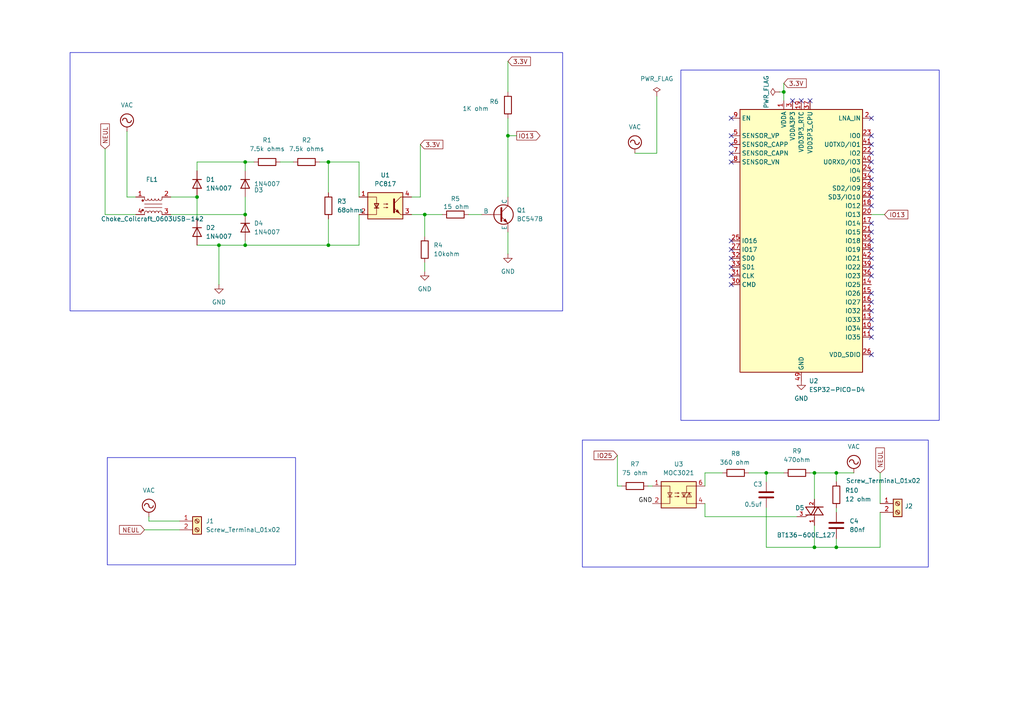
<source format=kicad_sch>
(kicad_sch (version 20231120) (generator "eeschema") (generator_version "8.0")
  (paper "A4")
  (title_block (title "Dimmer") (rev "0.1") (company "Gemicates Technologies Pvt Ltd,IITM Pravartak,IIT Madras Research Park,Chennai - 600113"))
  (lib_symbols
    (symbol "BT136-600E_127:BT136-600E_127" (pin_names (offset 1.016))
      (property "Reference" "D" (at -11.43 5.08 0))
      (property "Value" "BT136-600E_127" (at -11.43 -5.08 0))
      (symbol "BT136-600E_127_0_0"
        (polyline (pts (xy -2.54 2.794) (xy -1.016 0.508)) (stroke (width 0.254)))
        (polyline (pts (xy -1.905 0.508) (xy -2.54 0)) (stroke (width 0.1524)))
        (polyline (pts (xy -1.905 0.508) (xy -2.54 0.508)) (stroke (width 0.254)))
        (polyline (pts (xy -1.016 0.508) (xy -1.905 0.508)) (stroke (width 0.254)))
        (polyline (pts (xy -1.016 0.508) (xy -0.254 0.508)) (stroke (width 0.254)))
        (polyline (pts (xy -1.016 0.508) (xy 0.254 2.794)) (stroke (width 0.254)))
        (polyline (pts (xy -0.254 0.508) (xy 1.016 2.794)) (stroke (width 0.254)))
        (polyline (pts (xy 0 0) (xy 0 0.508)) (stroke (width 0.1524)))
        (polyline (pts (xy 0 0.508) (xy -0.254 0.508)) (stroke (width 0.254)))
        (polyline (pts (xy 0.254 2.794) (xy -2.54 2.794)) (stroke (width 0.254)))
        (polyline (pts (xy 1.016 2.794) (xy 0.254 2.794)) (stroke (width 0.254)))
        (polyline (pts (xy 1.016 2.794) (xy 2.54 0.508)) (stroke (width 0.254)))
        (polyline (pts (xy 1.016 2.794) (xy 2.54 2.794)) (stroke (width 0.254)))
        (polyline (pts (xy 2.54 0.508) (xy 0 0.508)) (stroke (width 0.254)))
        (pin passive line (at 0 -2.54 90) (length 2.54) (name "~") (number "1"))
        (pin passive line (at 0 5.08 270) (length 2.54) (name "~") (number "2"))
        (pin passive line (at -5.08 0 0) (length 2.54) (name "~") (number "3"))
      )
    )
    (symbol "Connector:Screw_Terminal_01x02" (pin_names (offset 1.016) hide)
      (property "Reference" "J" (at 0 2.54 0))
      (property "Value" "Screw_Terminal_01x02" (at 0 -5.08 0))
      (symbol "Screw_Terminal_01x02_1_1"
        (rectangle (start -1.27 1.27) (end 1.27 -3.81) (stroke (width 0.254)) (fill (type background)))
        (circle (center 0 -2.54) (radius 0.635) (stroke (width 0.1524)))
        (polyline (pts (xy -0.5334 -2.2098) (xy 0.3302 -3.048)) (stroke (width 0.1524)))
        (polyline (pts (xy -0.5334 0.3302) (xy 0.3302 -0.508)) (stroke (width 0.1524)))
        (polyline (pts (xy -0.3556 -2.032) (xy 0.508 -2.8702)) (stroke (width 0.1524)))
        (polyline (pts (xy -0.3556 0.508) (xy 0.508 -0.3302)) (stroke (width 0.1524)))
        (circle (center 0 0) (radius 0.635) (stroke (width 0.1524)))
        (pin passive line (at -5.08 0 0) (length 3.81) (name "Pin_1") (number "1"))
        (pin passive line (at -5.08 -2.54 0) (length 3.81) (name "Pin_2") (number "2"))
      )
    )
    (symbol "Device:C" (pin_numbers hide) (pin_names (offset 0.254))
      (property "Reference" "C" (at 0.635 2.54 0))
      (property "Value" "C" (at 0.635 -2.54 0))
      (symbol "C_0_1"
        (polyline (pts (xy -2.032 -0.762) (xy 2.032 -0.762)) (stroke (width 0.508)))
        (polyline (pts (xy -2.032 0.762) (xy 2.032 0.762)) (stroke (width 0.508)))
      )
      (symbol "C_1_1"
        (pin passive line (at 0 3.81 270) (length 2.794) (name "~") (number "1"))
        (pin passive line (at 0 -3.81 90) (length 2.794) (name "~") (number "2"))
      )
    )
    (symbol "Device:R" (pin_numbers hide) (pin_names (offset 0))
      (property "Reference" "R" (at 2.032 0 90))
      (property "Value" "R" (at 0 0 90))
      (symbol "R_0_1"
        (rectangle (start -1.016 -2.54) (end 1.016 2.54) (stroke (width 0.254)))
      )
      (symbol "R_1_1"
        (pin passive line (at 0 3.81 270) (length 1.27) (name "~") (number "1"))
        (pin passive line (at 0 -3.81 90) (length 1.27) (name "~") (number "2"))
      )
    )
    (symbol "Diode:1N4007" (pin_numbers hide) (pin_names hide)
      (property "Reference" "D" (at 0 2.54 0))
      (property "Value" "1N4007" (at 0 -2.54 0))
      (symbol "1N4007_0_1"
        (polyline (pts (xy -1.27 1.27) (xy -1.27 -1.27)) (stroke (width 0.254)))
        (polyline (pts (xy 1.27 0) (xy -1.27 0)))
        (polyline (pts (xy 1.27 1.27) (xy 1.27 -1.27) (xy -1.27 0) (xy 1.27 1.27)) (stroke (width 0.254)))
      )
      (symbol "1N4007_1_1"
        (pin passive line (at -3.81 0 0) (length 2.54) (name "K") (number "1"))
        (pin passive line (at 3.81 0 180) (length 2.54) (name "A") (number "2"))
      )
    )
    (symbol "ESP32-PICO-D4_1"
      (property "Reference" "U" (at -17.78 39.37 0))
      (property "Value" "ESP32-PICO-D4" (at 3.81 39.37 0))
      (symbol "ESP32-PICO-D4_1_0_0"
        (pin power_in line (at -5.08 40.64 270) (length 2.54) (name "VDDA") (number "1"))
        (pin input line (at 20.32 -25.4 180) (length 2.54) (name "IO34") (number "10"))
        (pin input line (at 20.32 -27.94 180) (length 2.54) (name "IO35") (number "11"))
        (pin bidirectional line (at 20.32 -20.32 180) (length 2.54) (name "IO32") (number "12"))
        (pin bidirectional line (at 20.32 -22.86 180) (length 2.54) (name "IO33") (number "13"))
        (pin bidirectional line (at 20.32 -12.7 180) (length 2.54) (name "IO25") (number "14"))
        (pin bidirectional line (at 20.32 -15.24 180) (length 2.54) (name "IO26") (number "15"))
        (pin bidirectional line (at 20.32 -17.78 180) (length 2.54) (name "IO27") (number "16"))
        (pin bidirectional line (at 20.32 5.08 180) (length 2.54) (name "IO14") (number "17"))
        (pin bidirectional line (at 20.32 10.16 180) (length 2.54) (name "IO12") (number "18"))
        (pin power_in line (at 0 40.64 270) (length 2.54) (name "VDD3P3_RTC") (number "19"))
        (pin bidirectional line (at 20.32 35.56 180) (length 2.54) (name "LNA_IN") (number "2"))
        (pin bidirectional line (at 20.32 7.62 180) (length 2.54) (name "IO13") (number "20"))
        (pin bidirectional line (at 20.32 2.54 180) (length 2.54) (name "IO15") (number "21"))
        (pin bidirectional line (at 20.32 25.4 180) (length 2.54) (name "IO2") (number "22"))
        (pin bidirectional line (at 20.32 30.48 180) (length 2.54) (name "IO0") (number "23"))
        (pin bidirectional line (at 20.32 20.32 180) (length 2.54) (name "IO4") (number "24"))
        (pin bidirectional line (at -20.32 0 0) (length 2.54) (name "IO16") (number "25"))
        (pin power_out line (at 20.32 -33.02 180) (length 2.54) (name "VDD_SDIO") (number "26"))
        (pin bidirectional line (at -20.32 -2.54 0) (length 2.54) (name "IO17") (number "27"))
        (pin bidirectional line (at 20.32 15.24 180) (length 2.54) (name "SD2/IO9") (number "28"))
        (pin bidirectional line (at 20.32 12.7 180) (length 2.54) (name "SD3/IO10") (number "29"))
        (pin power_in line (at -2.54 40.64 270) (length 2.54) (name "VDDA3P3") (number "3"))
        (pin bidirectional line (at -20.32 -12.7 0) (length 2.54) (name "CMD") (number "30"))
        (pin bidirectional line (at -20.32 -10.16 0) (length 2.54) (name "CLK") (number "31"))
        (pin bidirectional line (at -20.32 -5.08 0) (length 2.54) (name "SD0") (number "32"))
        (pin bidirectional line (at -20.32 -7.62 0) (length 2.54) (name "SD1") (number "33"))
        (pin bidirectional line (at 20.32 17.78 180) (length 2.54) (name "IO5") (number "34"))
        (pin bidirectional line (at 20.32 0 180) (length 2.54) (name "IO18") (number "35"))
        (pin bidirectional line (at 20.32 -10.16 180) (length 2.54) (name "IO23") (number "36"))
        (pin power_in line (at 2.54 40.64 270) (length 2.54) (name "VDD3P3_CPU") (number "37"))
        (pin bidirectional line (at 20.32 -2.54 180) (length 2.54) (name "IO19") (number "38"))
        (pin bidirectional line (at 20.32 -7.62 180) (length 2.54) (name "IO22") (number "39"))
        (pin passive line (at -2.54 40.64 270) (length 2.54) hide (name "VDDA3P3") (number "4"))
        (pin bidirectional line (at 20.32 22.86 180) (length 2.54) (name "U0RXD/IO3") (number "40"))
        (pin bidirectional line (at 20.32 27.94 180) (length 2.54) (name "U0TXD/IO1") (number "41"))
        (pin bidirectional line (at 20.32 -5.08 180) (length 2.54) (name "IO21") (number "42"))
        (pin passive line (at -5.08 40.64 270) (length 2.54) hide (name "VDDA") (number "43"))
        (pin no_connect line (at -17.78 -25.4 0) (length 2.54) hide (name "XTAL_N_NC") (number "44"))
        (pin no_connect line (at -17.78 -27.94 0) (length 2.54) hide (name "XTAL_P_NC") (number "45"))
        (pin passive line (at -5.08 40.64 270) (length 2.54) hide (name "VDDA") (number "46"))
        (pin no_connect line (at -17.78 -30.48 0) (length 2.54) hide (name "CAP2_NC") (number "47"))
        (pin no_connect line (at -17.78 -33.02 0) (length 2.54) hide (name "CAP1_NC") (number "48"))
        (pin input line (at -20.32 30.48 0) (length 2.54) (name "SENSOR_VP") (number "5"))
        (pin input line (at -20.32 27.94 0) (length 2.54) (name "SENSOR_CAPP") (number "6"))
        (pin input line (at -20.32 25.4 0) (length 2.54) (name "SENSOR_CAPN") (number "7"))
        (pin input line (at -20.32 22.86 0) (length 2.54) (name "SENSOR_VN") (number "8"))
        (pin input line (at -20.32 35.56 0) (length 2.54) (name "EN") (number "9"))
      )
      (symbol "ESP32-PICO-D4_1_0_1"
        (rectangle (start -17.78 38.1) (end 17.78 -38.1) (stroke (width 0.254)) (fill (type background)))
      )
      (symbol "ESP32-PICO-D4_1_1_0"
        (pin passive line (at 0 -40.64 90) (length 2.54) (name "GND") (number "49"))
      )
    )
    (symbol "Filter:Choke_Coilcraft_0603USB-142" (pin_names (offset 0.254) hide)
      (property "Reference" "FL" (at 0 4.445 0))
      (property "Value" "Choke_Coilcraft_0603USB-142" (at 0 -4.445 0))
      (symbol "Choke_Coilcraft_0603USB-142_0_1"
        (circle (center -3.048 -1.27) (radius 0.254) (fill (type outline)))
        (circle (center -3.048 1.524) (radius 0.254) (fill (type outline)))
        (arc (start -2.54 2.032) (mid -2.032 1.5262) (end -1.524 2.032))
        (arc (start -1.524 -2.032) (mid -2.032 -1.5262) (end -2.54 -2.032))
        (arc (start -1.524 2.032) (mid -1.016 1.5262) (end -0.508 2.032))
        (arc (start -0.508 -2.032) (mid -1.016 -1.5262) (end -1.524 -2.032))
        (arc (start -0.508 2.032) (mid 0 1.5262) (end 0.508 2.032))
        (polyline (pts (xy -2.54 -2.032) (xy -2.54 -2.54)))
        (polyline (pts (xy -2.54 0.508) (xy 2.54 0.508)))
        (polyline (pts (xy -2.54 2.032) (xy -2.54 2.54)))
        (polyline (pts (xy 2.54 -2.032) (xy 2.54 -2.54)))
        (polyline (pts (xy 2.54 -0.508) (xy -2.54 -0.508)))
        (polyline (pts (xy 2.54 2.54) (xy 2.54 2.032)))
        (arc (start 0.508 -2.032) (mid 0 -1.5262) (end -0.508 -2.032))
        (arc (start 0.508 2.032) (mid 1.016 1.5262) (end 1.524 2.032))
        (arc (start 1.524 -2.032) (mid 1.016 -1.5262) (end 0.508 -2.032))
        (arc (start 1.524 2.032) (mid 2.032 1.5262) (end 2.54 2.032))
        (arc (start 2.54 -2.032) (mid 2.032 -1.5262) (end 1.524 -2.032))
      )
      (symbol "Choke_Coilcraft_0603USB-142_1_1"
        (pin passive line (at -5.08 2.54 0) (length 2.54) (name "1") (number "1"))
        (pin passive line (at 5.08 2.54 180) (length 2.54) (name "2") (number "2"))
        (pin passive line (at 5.08 -2.54 180) (length 2.54) (name "3") (number "3"))
        (pin passive line (at -5.08 -2.54 0) (length 2.54) (name "4") (number "4"))
      )
    )
    (symbol "Isolator:PC817" (pin_names (offset 1.016))
      (property "Reference" "U" (at -5.08 5.08 0))
      (property "Value" "PC817" (at 0 5.08 0))
      (symbol "PC817_0_1"
        (rectangle (start -5.08 3.81) (end 5.08 -3.81) (stroke (width 0.254)) (fill (type background)))
        (polyline (pts (xy -3.175 -0.635) (xy -1.905 -0.635)) (stroke (width 0.254)))
        (polyline (pts (xy 2.54 0.635) (xy 4.445 2.54)))
        (polyline (pts (xy 4.445 -2.54) (xy 2.54 -0.635)) (fill (type outline)))
        (polyline (pts (xy 4.445 -2.54) (xy 5.08 -2.54)))
        (polyline (pts (xy 4.445 2.54) (xy 5.08 2.54)))
        (polyline (pts (xy -5.08 2.54) (xy -2.54 2.54) (xy -2.54 -0.635)))
        (polyline (pts (xy -2.54 -0.635) (xy -2.54 -2.54) (xy -5.08 -2.54)))
        (polyline (pts (xy 2.54 1.905) (xy 2.54 -1.905) (xy 2.54 -1.905)) (stroke (width 0.508)))
        (polyline (pts (xy -2.54 -0.635) (xy -3.175 0.635) (xy -1.905 0.635) (xy -2.54 -0.635)) (stroke (width 0.254)))
        (polyline (pts (xy -0.508 -0.508) (xy 0.762 -0.508) (xy 0.381 -0.635) (xy 0.381 -0.381) (xy 0.762 -0.508)))
        (polyline (pts (xy -0.508 0.508) (xy 0.762 0.508) (xy 0.381 0.381) (xy 0.381 0.635) (xy 0.762 0.508)))
        (polyline (pts (xy 3.048 -1.651) (xy 3.556 -1.143) (xy 4.064 -2.159) (xy 3.048 -1.651) (xy 3.048 -1.651)) (fill (type outline)))
      )
      (symbol "PC817_1_1"
        (pin passive line (at -7.62 2.54 0) (length 2.54) (name "~") (number "1"))
        (pin passive line (at -7.62 -2.54 0) (length 2.54) (name "~") (number "2"))
        (pin passive line (at 7.62 -2.54 180) (length 2.54) (name "~") (number "3"))
        (pin passive line (at 7.62 2.54 180) (length 2.54) (name "~") (number "4"))
      )
    )
    (symbol "Relay_SolidState:MOC3021M"
      (property "Reference" "U" (at -5.334 4.826 0))
      (property "Value" "MOC3021M" (at 0 5.08 0))
      (symbol "MOC3021M_0_1"
        (rectangle (start -5.08 3.81) (end 5.08 -3.81) (stroke (width 0.254)) (fill (type background)))
        (polyline (pts (xy -3.175 -0.635) (xy -1.905 -0.635)))
        (polyline (pts (xy 1.524 -0.635) (xy 1.524 0.635)))
        (polyline (pts (xy 3.048 0.635) (xy 3.048 -0.635)))
        (polyline (pts (xy 2.286 -0.635) (xy 2.286 -2.54) (xy 5.08 -2.54)))
        (polyline (pts (xy 2.286 0.635) (xy 2.286 2.54) (xy 5.08 2.54)))
        (polyline (pts (xy -5.08 2.54) (xy -2.54 2.54) (xy -2.54 -2.54) (xy -5.08 -2.54)))
        (polyline (pts (xy -2.54 -0.635) (xy -3.175 0.635) (xy -1.905 0.635) (xy -2.54 -0.635)))
        (polyline (pts (xy 0.889 -0.635) (xy 3.683 -0.635) (xy 3.048 0.635) (xy 2.413 -0.635)))
        (polyline (pts (xy 3.683 0.635) (xy 0.889 0.635) (xy 1.524 -0.635) (xy 2.159 0.635)))
        (polyline (pts (xy -1.143 -0.508) (xy 0.127 -0.508) (xy -0.254 -0.635) (xy -0.254 -0.381) (xy 0.127 -0.508)))
        (polyline (pts (xy -1.143 0.508) (xy 0.127 0.508) (xy -0.254 0.381) (xy -0.254 0.635) (xy 0.127 0.508)))
      )
      (symbol "MOC3021M_1_1"
        (pin passive line (at -7.62 2.54 0) (length 2.54) (name "~") (number "1"))
        (pin passive line (at -7.62 -2.54 0) (length 2.54) (name "~") (number "2"))
        (pin no_connect line (at -5.08 0 0) (length 2.54) hide (name "NC") (number "3"))
        (pin passive line (at 7.62 -2.54 180) (length 2.54) (name "~") (number "4"))
        (pin no_connect line (at 5.08 0 180) (length 2.54) hide (name "NC") (number "5"))
        (pin passive line (at 7.62 2.54 180) (length 2.54) (name "~") (number "6"))
      )
    )
    (symbol "Simulation_SPICE:NPN" (pin_numbers hide) (pin_names (offset 0))
      (property "Reference" "Q" (at -2.54 7.62 0))
      (property "Value" "NPN" (at -2.54 5.08 0))
      (symbol "NPN_0_1"
        (polyline (pts (xy -2.54 0) (xy 0.635 0)) (stroke (width 0.1524)))
        (polyline (pts (xy 0.635 0.635) (xy 2.54 2.54)))
        (polyline (pts (xy 2.794 -1.27) (xy 2.794 -1.27)) (stroke (width 0.1524)))
        (polyline (pts (xy 2.794 -1.27) (xy 2.794 -1.27)) (stroke (width 0.1524)))
        (polyline (pts (xy 0.635 -0.635) (xy 2.54 -2.54) (xy 2.54 -2.54)))
        (polyline (pts (xy 0.635 1.905) (xy 0.635 -1.905) (xy 0.635 -1.905)) (stroke (width 0.508)))
        (polyline (pts (xy 1.27 -1.778) (xy 1.778 -1.27) (xy 2.286 -2.286) (xy 1.27 -1.778) (xy 1.27 -1.778)) (fill (type outline)))
        (circle (center 1.27 0) (radius 2.8194) (stroke (width 0.254)))
      )
      (symbol "NPN_1_1"
        (pin open_collector line (at 2.54 5.08 270) (length 2.54) (name "C") (number "1"))
        (pin input line (at -5.08 0 0) (length 2.54) (name "B") (number "2"))
        (pin open_emitter line (at 2.54 -5.08 90) (length 2.54) (name "E") (number "3"))
      )
    )
    (symbol "power:GND" (power) (pin_numbers hide) (pin_names (offset 0) hide)
      (property "Value" "GND" (at 0 -3.81 0))
      (symbol "GND_0_1"
        (polyline (pts (xy 0 0) (xy 0 -1.27) (xy 1.27 -1.27) (xy 0 -2.54) (xy -1.27 -1.27) (xy 0 -1.27)))
      )
      (symbol "GND_1_1"
        (pin power_in line (at 0 0 270) (length 0) (name "~") (number "1"))
      )
    )
    (symbol "power:PWR_FLAG" (power) (pin_numbers hide) (pin_names (offset 0) hide)
      (property "Value" "PWR_FLAG" (at 0 3.81 0))
      (symbol "PWR_FLAG_0_0"
        (pin power_out line (at 0 0 90) (length 0) (name "~") (number "1"))
      )
      (symbol "PWR_FLAG_0_1"
        (polyline (pts (xy 0 0) (xy 0 1.27) (xy -1.016 1.905) (xy 0 2.54) (xy 1.016 1.905) (xy 0 1.27)))
      )
    )
    (symbol "power:VAC" (power) (pin_numbers hide) (pin_names (offset 0) hide)
      (property "Value" "VAC" (at 0 6.35 0))
      (symbol "VAC_0_1"
        (polyline (pts (xy 0 0) (xy 0 1.27)))
        (arc (start 0 3.175) (mid -0.635 3.8073) (end -1.27 3.175) (stroke (width 0.254)))
        (arc (start 0 3.175) (mid 0.635 2.5427) (end 1.27 3.175) (stroke (width 0.254)))
        (circle (center 0 3.175) (radius 1.905) (stroke (width 0.254)))
      )
      (symbol "VAC_1_1"
        (pin power_in line (at 0 0 90) (length 0) (name "~") (number "1"))
      )
    )
  )
  (junction (at 222.25 137.16))
  (junction (at 123.19 62.23))
  (junction (at 71.12 62.23))
  (junction (at 71.12 46.99))
  (junction (at 63.5 71.12))
  (junction (at 242.57 137.16))
  (junction (at 71.12 71.12))
  (junction (at 147.32 39.37))
  (junction (at 227.33 26.67))
  (junction (at 236.22 137.16))
  (junction (at 57.15 57.15))
  (junction (at 95.25 46.99))
  (junction (at 242.57 158.75))
  (junction (at 236.22 158.75))
  (junction (at 95.25 71.12))
  (no_connect (at 252.73 72.39))
  (no_connect (at 252.73 57.15))
  (no_connect (at 252.73 39.37))
  (no_connect (at 252.73 92.71))
  (no_connect (at 252.73 95.25))
  (no_connect (at 212.09 34.29))
  (no_connect (at 212.09 77.47))
  (no_connect (at 212.09 46.99))
  (no_connect (at 252.73 46.99))
  (no_connect (at 252.73 67.31))
  (no_connect (at 252.73 54.61))
  (no_connect (at 252.73 80.01))
  (no_connect (at 252.73 44.45))
  (no_connect (at 212.09 39.37))
  (no_connect (at 212.09 82.55))
  (no_connect (at 212.09 44.45))
  (no_connect (at 252.73 102.87))
  (no_connect (at 252.73 59.69))
  (no_connect (at 252.73 77.47))
  (no_connect (at 252.73 41.91))
  (no_connect (at 212.09 69.85))
  (no_connect (at 252.73 64.77))
  (no_connect (at 212.09 41.91))
  (no_connect (at 252.73 87.63))
  (no_connect (at 252.73 90.17))
  (no_connect (at 212.09 72.39))
  (no_connect (at 252.73 85.09))
  (no_connect (at 212.09 80.01))
  (no_connect (at 212.09 74.93))
  (no_connect (at 229.87 29.21))
  (no_connect (at 252.73 74.93))
  (no_connect (at 234.95 29.21))
  (no_connect (at 252.73 52.07))
  (no_connect (at 232.41 29.21))
  (no_connect (at 252.73 34.29))
  (no_connect (at 252.73 97.79))
  (no_connect (at 252.73 69.85))
  (no_connect (at 252.73 49.53))
  (wire (pts (xy 30.48 43.18) (xy 30.48 62.23)))
  (wire (pts (xy 39.37 57.15) (xy 36.83 57.15)))
  (wire (pts (xy 57.15 46.99) (xy 71.12 46.99)))
  (wire (pts (xy 242.57 158.75) (xy 255.27 158.75)))
  (wire (pts (xy 63.5 82.55) (xy 63.5 71.12)))
  (wire (pts (xy 123.19 76.2) (xy 123.19 78.74)))
  (wire (pts (xy 71.12 46.99) (xy 71.12 49.53)))
  (wire (pts (xy 236.22 152.4) (xy 236.22 158.75)))
  (wire (pts (xy 95.25 46.99) (xy 95.25 55.88)))
  (wire (pts (xy 104.14 46.99) (xy 104.14 57.15)))
  (wire (pts (xy 222.25 137.16) (xy 222.25 139.7)))
  (wire (pts (xy 222.25 147.32) (xy 222.25 158.75)))
  (wire (pts (xy 242.57 137.16) (xy 247.65 137.16)))
  (wire (pts (xy 255.27 137.16) (xy 255.27 146.05)))
  (wire (pts (xy 190.5 44.45) (xy 184.15 44.45)))
  (wire (pts (xy 222.25 158.75) (xy 236.22 158.75)))
  (wire (pts (xy 57.15 71.12) (xy 63.5 71.12)))
  (wire (pts (xy 41.91 153.67) (xy 52.07 153.67)))
  (wire (pts (xy 242.57 137.16) (xy 242.57 139.7)))
  (wire (pts (xy 226.06 26.67) (xy 227.33 26.67)))
  (wire (pts (xy 179.07 132.08) (xy 179.07 140.97)))
  (wire (pts (xy 242.57 148.59) (xy 242.57 147.32)))
  (wire (pts (xy 187.96 140.97) (xy 189.23 140.97)))
  (wire (pts (xy 95.25 71.12) (xy 104.14 71.12)))
  (wire (pts (xy 95.25 63.5) (xy 95.25 71.12)))
  (wire (pts (xy 242.57 156.21) (xy 242.57 158.75)))
  (wire (pts (xy 43.18 149.86) (xy 43.18 151.13)))
  (wire (pts (xy 121.92 41.91) (xy 121.92 57.15)))
  (wire (pts (xy 123.19 62.23) (xy 128.27 62.23)))
  (wire (pts (xy 30.48 62.23) (xy 39.37 62.23)))
  (wire (pts (xy 71.12 57.15) (xy 71.12 62.23)))
  (wire (pts (xy 63.5 71.12) (xy 71.12 71.12)))
  (wire (pts (xy 255.27 148.59) (xy 255.27 158.75)))
  (wire (pts (xy 236.22 158.75) (xy 242.57 158.75)))
  (wire (pts (xy 104.14 71.12) (xy 104.14 62.23)))
  (wire (pts (xy 147.32 17.78) (xy 147.32 26.67)))
  (wire (pts (xy 71.12 46.99) (xy 73.66 46.99)))
  (wire (pts (xy 36.83 57.15) (xy 36.83 38.1)))
  (wire (pts (xy 121.92 57.15) (xy 119.38 57.15)))
  (wire (pts (xy 236.22 137.16) (xy 242.57 137.16)))
  (wire (pts (xy 119.38 62.23) (xy 123.19 62.23)))
  (wire (pts (xy 147.32 39.37) (xy 147.32 57.15)))
  (wire (pts (xy 71.12 71.12) (xy 95.25 71.12)))
  (wire (pts (xy 252.73 62.23) (xy 256.54 62.23)))
  (wire (pts (xy 43.18 151.13) (xy 52.07 151.13)))
  (wire (pts (xy 147.32 39.37) (xy 149.86 39.37)))
  (wire (pts (xy 147.32 73.66) (xy 147.32 67.31)))
  (wire (pts (xy 209.55 137.16) (xy 204.47 137.16)))
  (wire (pts (xy 234.95 137.16) (xy 236.22 137.16)))
  (wire (pts (xy 57.15 57.15) (xy 49.53 57.15)))
  (wire (pts (xy 227.33 24.13) (xy 227.33 26.67)))
  (wire (pts (xy 95.25 46.99) (xy 104.14 46.99)))
  (wire (pts (xy 71.12 71.12) (xy 71.12 69.85)))
  (wire (pts (xy 236.22 137.16) (xy 236.22 144.78)))
  (wire (pts (xy 92.71 46.99) (xy 95.25 46.99)))
  (wire (pts (xy 57.15 57.15) (xy 57.15 63.5)))
  (wire (pts (xy 204.47 137.16) (xy 204.47 140.97)))
  (wire (pts (xy 123.19 62.23) (xy 123.19 68.58)))
  (wire (pts (xy 147.32 34.29) (xy 147.32 39.37)))
  (wire (pts (xy 81.28 46.99) (xy 85.09 46.99)))
  (wire (pts (xy 179.07 140.97) (xy 180.34 140.97)))
  (wire (pts (xy 204.47 149.86) (xy 231.14 149.86)))
  (wire (pts (xy 57.15 46.99) (xy 57.15 49.53)))
  (wire (pts (xy 227.33 26.67) (xy 227.33 29.21)))
  (wire (pts (xy 217.17 137.16) (xy 222.25 137.16)))
  (wire (pts (xy 190.5 27.94) (xy 190.5 44.45)))
  (wire (pts (xy 49.53 62.23) (xy 71.12 62.23)))
  (wire (pts (xy 204.47 146.05) (xy 204.47 149.86)))
  (wire (pts (xy 222.25 137.16) (xy 227.33 137.16)))
  (wire (pts (xy 135.89 62.23) (xy 139.7 62.23)))
  (rectangle (start 20.32 15.24) (end 163.195 90.17))
  (rectangle (start 31.115 132.715) (end 85.725 163.83))
  (rectangle (start 197.485 20.32) (end 272.415 121.92))
  (rectangle (start 168.91 127.635) (end 269.24 164.465))
  (label "GND" (at 189.23 146.05 180))
  (global_label "IO13" (shape input) (at 256.54 62.23 0) (property "Intersheetrefs" "${INTERSHEET_REFS}" (effects (hide yes))))
  (global_label "NEUL" (shape input) (at 30.48 43.18 90) (property "Intersheetrefs" "${INTERSHEET_REFS}" (effects (hide yes))))
  (global_label "IO13" (shape output) (at 149.86 39.37 0) (property "Intersheetrefs" "${INTERSHEET_REFS}" (effects (hide yes))))
  (global_label "NEUL" (shape input) (at 255.27 137.16 90) (property "Intersheetrefs" "${INTERSHEET_REFS}" (effects (hide yes))))
  (global_label "3.3V" (shape input) (at 147.32 17.78 0) (property "Intersheetrefs" "${INTERSHEET_REFS}" (effects (hide yes))))
  (global_label "3.3V" (shape input) (at 121.92 41.91 0) (property "Intersheetrefs" "${INTERSHEET_REFS}" (effects (hide yes))))
  (global_label "3.3V" (shape input) (at 227.33 24.13 0) (property "Intersheetrefs" "${INTERSHEET_REFS}" (effects (hide yes))))
  (global_label "NEUL" (shape input) (at 41.91 153.67 180) (property "Intersheetrefs" "${INTERSHEET_REFS}" (effects (hide yes))))
  (global_label "IO25" (shape input) (at 179.07 132.08 180) (property "Intersheetrefs" "${INTERSHEET_REFS}" (effects (hide yes))))
  (symbol (lib_id "Filter:Choke_Coilcraft_0603USB-142") (at 44.45 59.69 0) (unit 1)
    (property "Reference" "FL1" (at 44.069 52.07 0))
    (property "Value" "Choke_Coilcraft_0603USB-142" (at 44.196 63.5 0))
    (property "Footprint" "Inductor_SMD:L_CommonModeChoke_Coilcraft_0603USB" (effects (hide yes)))
    (property "Datasheet" "https://www.coilcraft.com/pdfs/0603usb.pdf" (effects (hide yes)))
    (property "Description" "Common mode choke, 500mA, 250VAC, 98nH, 174mohm, 1.9Ghz, " (effects (hide yes)))
  )
  (symbol (lib_id "Relay_SolidState:MOC3021M") (at 196.85 143.51 0) (unit 1)
    (property "Reference" "U3" (at 196.85 134.62 0))
    (property "Value" "MOC3021" (at 196.85 137.16 0))
    (property "Footprint" "Library:MOC3021" (effects (hide yes)))
    (property "Datasheet" "https://www.onsemi.com/pub/Collateral/MOC3023M-D.PDF" (effects (hide yes)))
    (property "Description" "Random Phase Opto-Triac, Vdrm 400V, Ift 15mA, DIP6" (effects (hide yes)))
  )
  (symbol (lib_id "Diode:1N4007") (at 71.12 66.04 270) (unit 1)
    (property "Reference" "D4" (at 73.66 64.7699 90) (effects (justify left)))
    (property "Value" "1N4007" (at 73.66 67.3099 90) (effects (justify left)))
    (property "Footprint" "Diode_THT:D_DO-41_SOD81_P10.16mm_Horizontal" (effects (hide yes)))
    (property "Datasheet" "http://www.vishay.com/docs/88503/1n4001.pdf" (effects (hide yes)))
    (property "Description" "1000V 1A General Purpose Rectifier Diode, DO-41" (effects (hide yes)))
    (property "Sim.Device" "D" (effects (hide yes)))
    (property "Sim.Pins" "1=K 2=A" (effects (hide yes)))
  )
  (symbol (lib_id "Diode:1N4007") (at 57.15 67.31 270) (unit 1)
    (property "Reference" "D2" (at 59.69 66.0399 90) (effects (justify left)))
    (property "Value" "1N4007" (at 59.69 68.5799 90) (effects (justify left)))
    (property "Footprint" "Diode_THT:D_DO-41_SOD81_P10.16mm_Horizontal" (effects (hide yes)))
    (property "Datasheet" "http://www.vishay.com/docs/88503/1n4001.pdf" (effects (hide yes)))
    (property "Description" "1000V 1A General Purpose Rectifier Diode, DO-41" (effects (hide yes)))
    (property "Sim.Device" "D" (effects (hide yes)))
    (property "Sim.Pins" "1=K 2=A" (effects (hide yes)))
  )
  (symbol (lib_id "Connector:Screw_Terminal_01x02") (at 57.15 151.13 0) (unit 1)
    (property "Reference" "J1" (at 59.69 151.1299 0) (effects (justify left)))
    (property "Value" "Screw_Terminal_01x02" (at 59.69 153.6699 0) (effects (justify left)))
    (property "Footprint" "TerminalBlock_Altech:Altech_AK100_1x02_P5.00mm" (effects (hide yes)))
    (property "Description" "Generic screw terminal, single row, 01x02, script generated (kicad-library-utils/schlib/autogen/connector/)" (effects (hide yes)))
  )
  (symbol (lib_id "power:VAC") (at 184.15 44.45 0) (unit 1)
    (property "Reference" "#PWR04" (effects (hide yes)))
    (property "Value" "VAC" (at 184.15 36.83 0))
    (property "Description" "Power symbol creates a global label with name \"VAC\"" (effects (hide yes)))
  )
  (symbol (lib_id "Device:R") (at 147.32 30.48 0) (unit 1)
    (property "Reference" "R6" (at 141.986 29.464 0) (effects (justify left)))
    (property "Value" "1K ohm" (at 134.112 31.496 0) (effects (justify left)))
    (property "Description" "Resistor" (effects (hide yes)))
  )
  (symbol (lib_id "Simulation_SPICE:NPN") (at 144.78 62.23 0) (unit 1)
    (property "Reference" "Q1" (at 149.86 60.9599 0) (effects (justify left)))
    (property "Value" "BC547B" (at 149.86 63.4999 0) (effects (justify left)))
    (property "Footprint" "Library:BC547B" (effects (hide yes)))
    (property "Datasheet" "https://ngspice.sourceforge.io/docs/ngspice-html-manual/manual.xhtml#cha_BJTs" (effects (hide yes)))
    (property "Description" "Bipolar transistor symbol for simulation only, substrate tied to the emitter" (effects (hide yes)))
    (property "Sim.Device" "NPN" (effects (hide yes)))
    (property "Sim.Type" "GUMMELPOON" (effects (hide yes)))
    (property "Sim.Pins" "1=C 2=B 3=E" (effects (hide yes)))
  )
  (symbol (lib_id "power:VAC") (at 43.18 149.86 0) (unit 1)
    (property "Reference" "#PWR02" (effects (hide yes)))
    (property "Value" "VAC" (at 43.18 142.24 0))
    (property "Description" "Power symbol creates a global label with name \"VAC\"" (effects (hide yes)))
  )
  (symbol (lib_id "Device:R") (at 213.36 137.16 90) (unit 1)
    (property "Reference" "R8" (at 213.36 131.572 90))
    (property "Value" "360 ohm" (at 213.106 134.112 90))
    (property "Description" "Resistor" (effects (hide yes)))
  )
  (symbol (lib_name "ESP32-PICO-D4_1") (lib_id "MCU_Espressif:ESP32-PICO-D4") (at 232.41 69.85 0) (unit 1)
    (property "Reference" "U2" (at 234.6041 110.49 0) (effects (justify left)))
    (property "Value" "ESP32-PICO-D4" (at 234.6041 113.03 0) (effects (justify left)))
    (property "Footprint" "Package_DFN_QFN:QFN-48-1EP_7x7mm_P0.5mm_EP5.3x5.3mm" (effects (hide yes)))
    (property "Datasheet" "https://www.espressif.com/sites/default/files/documentation/esp32-pico-d4_datasheet_en.pdf" (effects (hide yes)))
    (property "Description" "RF Module, ESP32 SoC, Wi-Fi 802.11b/g/n, Bluetooth, BLE, 32-bit, 2.7-3.6V, external antenna, QFN-48" (effects (hide yes)))
  )
  (symbol (lib_id "power:VAC") (at 36.83 38.1 0) (unit 1)
    (property "Reference" "#PWR01" (effects (hide yes)))
    (property "Value" "VAC" (at 36.83 30.48 0))
    (property "Description" "Power symbol creates a global label with name \"VAC\"" (effects (hide yes)))
  )
  (symbol (lib_id "Device:R") (at 77.47 46.99 90) (unit 1)
    (property "Reference" "R1" (at 77.47 40.64 90))
    (property "Value" "7.5k ohms" (at 77.47 43.18 90))
    (property "Footprint" "Resistor_SMD:R_0805_2012Metric" (effects (hide yes)))
    (property "Description" "Resistor" (effects (hide yes)))
  )
  (symbol (lib_id "BT136-600E_127:BT136-600E_127") (at 236.22 149.86 0) (unit 1)
    (property "Reference" "D5" (at 230.632 147.32 0) (effects (justify left)))
    (property "Value" "BT136-600E_127" (at 225.298 155.194 0) (effects (justify left)))
    (property "Footprint" "Library:BT136 -TRIAC" (effects (hide yes)))
    (property "PARTREV" "02" (effects (hide yes)))
    (property "STANDARD" "IPC 7351B" (effects (hide yes)))
    (property "MAXIMUM_PACKAGE_HEIGHT" "19.35 mm" (effects (hide yes)))
    (property "MANUFACTURER" "WeEn Semiconductors" (effects (hide yes)))
  )
  (symbol (lib_id "power:GND") (at 232.41 110.49 0) (unit 1)
    (property "Reference" "#PWR08" (effects (hide yes)))
    (property "Value" "GND" (at 232.41 115.57 0))
    (property "Description" "Power symbol creates a global label with name \"GND\" , ground" (effects (hide yes)))
  )
  (symbol (lib_id "Diode:1N4007") (at 71.12 53.34 90) (mirror x) (unit 1)
    (property "Reference" "D3" (at 73.66 55.118 90) (effects (justify right)))
    (property "Value" "1N4007" (at 73.6749 53.3401 90) (effects (justify right)))
    (property "Footprint" "Diode_THT:D_DO-41_SOD81_P10.16mm_Horizontal" (effects (hide yes)))
    (property "Datasheet" "http://www.vishay.com/docs/88503/1n4001.pdf" (effects (hide yes)))
    (property "Description" "1000V 1A General Purpose Rectifier Diode, DO-41" (effects (hide yes)))
    (property "Sim.Device" "D" (effects (hide yes)))
    (property "Sim.Pins" "1=K 2=A" (effects (hide yes)))
  )
  (symbol (lib_id "Device:R") (at 184.15 140.97 90) (unit 1)
    (property "Reference" "R7" (at 184.15 134.62 90))
    (property "Value" "75 ohm" (at 184.15 137.16 90))
    (property "Description" "Resistor" (effects (hide yes)))
  )
  (symbol (lib_id "Device:R") (at 242.57 143.51 180) (unit 1)
    (property "Reference" "R10" (at 245.11 142.2399 0) (effects (justify right)))
    (property "Value" "12 ohm" (at 245.11 144.7799 0) (effects (justify right)))
    (property "Description" "Resistor" (effects (hide yes)))
  )
  (symbol (lib_id "Connector:Screw_Terminal_01x02") (at 260.35 146.05 0) (unit 1)
    (property "Reference" "J2" (at 262.382 146.812 0) (effects (justify left)))
    (property "Value" "Screw_Terminal_01x02" (at 245.364 139.446 0) (effects (justify left)))
    (property "Footprint" "TerminalBlock_Altech:Altech_AK100_1x02_P5.00mm" (effects (hide yes)))
    (property "Description" "Generic screw terminal, single row, 01x02, script generated (kicad-library-utils/schlib/autogen/connector/)" (effects (hide yes)))
  )
  (symbol (lib_id "Device:R") (at 88.9 46.99 90) (unit 1)
    (property "Reference" "R2" (at 88.9 40.64 90))
    (property "Value" "7.5k ohms" (at 88.9 43.18 90))
    (property "Footprint" "Resistor_SMD:R_0805_2012Metric" (effects (hide yes)))
    (property "Description" "Resistor" (effects (hide yes)))
  )
  (symbol (lib_id "Device:C") (at 242.57 152.4 0) (unit 1)
    (property "Reference" "C4" (at 246.38 151.1299 0) (effects (justify left)))
    (property "Value" "80nf" (at 246.38 153.6699 0) (effects (justify left)))
    (property "Description" "Unpolarized capacitor" (effects (hide yes)))
  )
  (symbol (lib_id "power:GND") (at 63.5 82.55 0) (unit 1)
    (property "Reference" "#PWR05" (effects (hide yes)))
    (property "Value" "GND" (at 63.5 87.63 0))
    (property "Description" "Power symbol creates a global label with name \"GND\" , ground" (effects (hide yes)))
  )
  (symbol (lib_id "power:GND") (at 147.32 73.66 0) (unit 1)
    (property "Reference" "#PWR07" (effects (hide yes)))
    (property "Value" "GND" (at 147.32 78.74 0))
    (property "Description" "Power symbol creates a global label with name \"GND\" , ground" (effects (hide yes)))
  )
  (symbol (lib_id "Device:R") (at 95.25 59.69 180) (unit 1)
    (property "Reference" "R3" (at 97.79 58.4199 0) (effects (justify right)))
    (property "Value" "68ohms" (at 97.79 60.9599 0) (effects (justify right)))
    (property "Footprint" "Resistor_THT:R_Axial_DIN0309_L9.0mm_D3.2mm_P12.70mm_Horizontal" (effects (hide yes)))
    (property "Description" "Resistor" (effects (hide yes)))
  )
  (symbol (lib_id "power:VAC") (at 247.65 137.16 0) (unit 1)
    (property "Reference" "#PWR09" (effects (hide yes)))
    (property "Value" "VAC" (at 247.65 129.54 0))
    (property "Description" "Power symbol creates a global label with name \"VAC\"" (effects (hide yes)))
  )
  (symbol (lib_id "power:GND") (at 123.19 78.74 0) (unit 1)
    (property "Reference" "#PWR06" (effects (hide yes)))
    (property "Value" "GND" (at 123.19 83.82 0))
    (property "Description" "Power symbol creates a global label with name \"GND\" , ground" (effects (hide yes)))
  )
  (symbol (lib_id "Isolator:PC817") (at 111.76 59.69 0) (unit 1)
    (property "Reference" "U1" (at 111.76 50.8 0))
    (property "Value" "PC817" (at 111.76 53.34 0))
    (property "Footprint" "Package_DIP:DIP-4_W7.62mm" (effects (hide yes)))
    (property "Datasheet" "http://www.soselectronic.cz/a_info/resource/d/pc817.pdf" (effects (hide yes)))
    (property "Description" "DC Optocoupler, Vce 35V, CTR 50-300%, DIP-4" (effects (hide yes)))
  )
  (symbol (lib_id "Diode:1N4007") (at 57.15 53.34 270) (unit 1)
    (property "Reference" "D1" (at 59.69 52.0699 90) (effects (justify left)))
    (property "Value" "1N4007" (at 59.69 54.6099 90) (effects (justify left)))
    (property "Footprint" "Diode_THT:D_DO-41_SOD81_P10.16mm_Horizontal" (effects (hide yes)))
    (property "Datasheet" "http://www.vishay.com/docs/88503/1n4001.pdf" (effects (hide yes)))
    (property "Description" "1000V 1A General Purpose Rectifier Diode, DO-41" (effects (hide yes)))
    (property "Sim.Device" "D" (effects (hide yes)))
    (property "Sim.Pins" "1=K 2=A" (effects (hide yes)))
  )
  (symbol (lib_id "power:PWR_FLAG") (at 226.06 26.67 90) (unit 1)
    (property "Reference" "#FLG04" (effects (hide yes)))
    (property "Value" "PWR_FLAG" (at 222.25 26.67 0))
    (property "Description" "Special symbol for telling ERC where power comes from" (effects (hide yes)))
  )
  (symbol (lib_id "power:PWR_FLAG") (at 190.5 27.94 0) (unit 1)
    (property "Reference" "#FLG02" (effects (hide yes)))
    (property "Value" "PWR_FLAG" (at 190.5 22.86 0))
    (property "Description" "Special symbol for telling ERC where power comes from" (effects (hide yes)))
  )
  (symbol (lib_id "Device:R") (at 123.19 72.39 180) (unit 1)
    (property "Reference" "R4" (at 125.73 71.1199 0) (effects (justify right)))
    (property "Value" "10kohm" (at 125.73 73.6599 0) (effects (justify right)))
    (property "Description" "Resistor" (effects (hide yes)))
  )
  (symbol (lib_id "Device:R") (at 231.14 137.16 90) (unit 1)
    (property "Reference" "R9" (at 231.14 130.81 90))
    (property "Value" "470ohm" (at 231.14 133.35 90))
    (property "Description" "Resistor" (effects (hide yes)))
  )
  (symbol (lib_id "Device:C") (at 222.25 143.51 0) (unit 1)
    (property "Reference" "C3" (at 218.44 140.462 0) (effects (justify left)))
    (property "Value" "0.5uf" (at 215.9 146.304 0) (effects (justify left)))
    (property "Footprint" "Resistor_SMD:R_0805_2012Metric" (effects (hide yes)))
    (property "Description" "Unpolarized capacitor" (effects (hide yes)))
  )
  (symbol (lib_id "Device:R") (at 132.08 62.23 90) (unit 1)
    (property "Reference" "R5" (at 132.08 57.658 90))
    (property "Value" "15 ohm" (at 132.334 59.944 90))
    (property "Description" "Resistor" (effects (hide yes)))
  )
)
</source>
